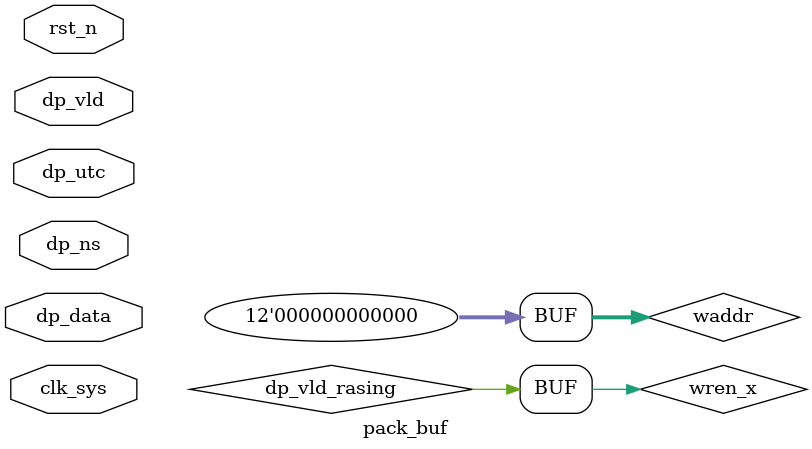
<source format=v>


module pack_buf(
//data path input
dp_data,
dp_vld,
dp_utc,
dp_ns,
//clk rst
clk_sys,
rst_n
);
//data path output
input [23:0]	dp_data;
input					dp_vld;
input [31:0]	dp_utc;
input [31:0]	dp_ns;
//clk rst
input clk_sys;
input rst_n;
//--------------------------------------
//--------------------------------------


reg dp_vld_reg;
always @(posedge clk_sys)	
	dp_vld_reg <= dp_vld;
wire dp_vld_rasing = (~dp_vld_reg) & dp_vld;
wire wren_x = dp_vld_rasing;
reg  wren_y,wren_z;
always @ (posedge clk_sys) begin
	wren_y <= wren_x;
	wren_z <= wren_y;
end


wire [11:0] waddr = 12'h0;

ram32x4k dram_pkX(
.clock(clk_sys),
.data({8'h0,dp_data}),
.rdaddress(),
.wraddress(waddr),
.wren(wren_x),
.q()
);
ram32x4k dram_pkY(
.clock(clk_sys),
.data({8'h0,dp_data}),
.rdaddress(),
.wraddress(waddr),
.wren(wren_y),
.q()
);
ram32x4k dram_pkZ(
.clock(clk_sys),
.data({8'h0,dp_data}),
.rdaddress(),
.wraddress(waddr),
.wren(wren_z),
.q()
);
ram32x4k dram_pkUTC(
.clock(clk_sys),
.data(dp_utc),
.rdaddress(),
.wraddress(waddr),
.wren(wren_x),
.q()
);
ram32x4k dram_pkNS(
.clock(clk_sys),
.data(dp_ns),
.rdaddress(),
.wraddress(waddr),
.wren(wren_x),
.q()
);



endmodule

</source>
